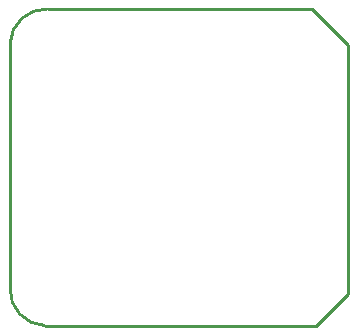
<source format=gko>
G04 Layer: BoardOutline*
G04 EasyEDA v6.4.25, 2022-01-03T23:04:32--5:00*
G04 f870d6b240394c1986ede19cf4370902,f610eaca6985405d96f74a4a3e528675,10*
G04 Gerber Generator version 0.2*
G04 Scale: 100 percent, Rotated: No, Reflected: No *
G04 Dimensions in millimeters *
G04 leading zeros omitted , absolute positions ,4 integer and 5 decimal *
%FSLAX45Y45*%
%MOMM*%

%ADD10C,0.2540*%
D10*
X-12788Y-254000D02*
G01*
X-12788Y-2324100D01*
X304800Y38100D02*
G01*
X2540000Y38100D01*
X2844800Y-266700D01*
X2844800Y-2311400D01*
X2844800Y-2374900D01*
X2578100Y-2641600D01*
X279400Y-2641600D01*
G75*
G01*
X304800Y38100D02*
G03*
X-12700Y-254000I-12700J-304800D01*
G75*
G01*
X-12700Y-2324100D02*
G03*
X279400Y-2641600I304800J-12700D01*

%LPD*%
M02*

</source>
